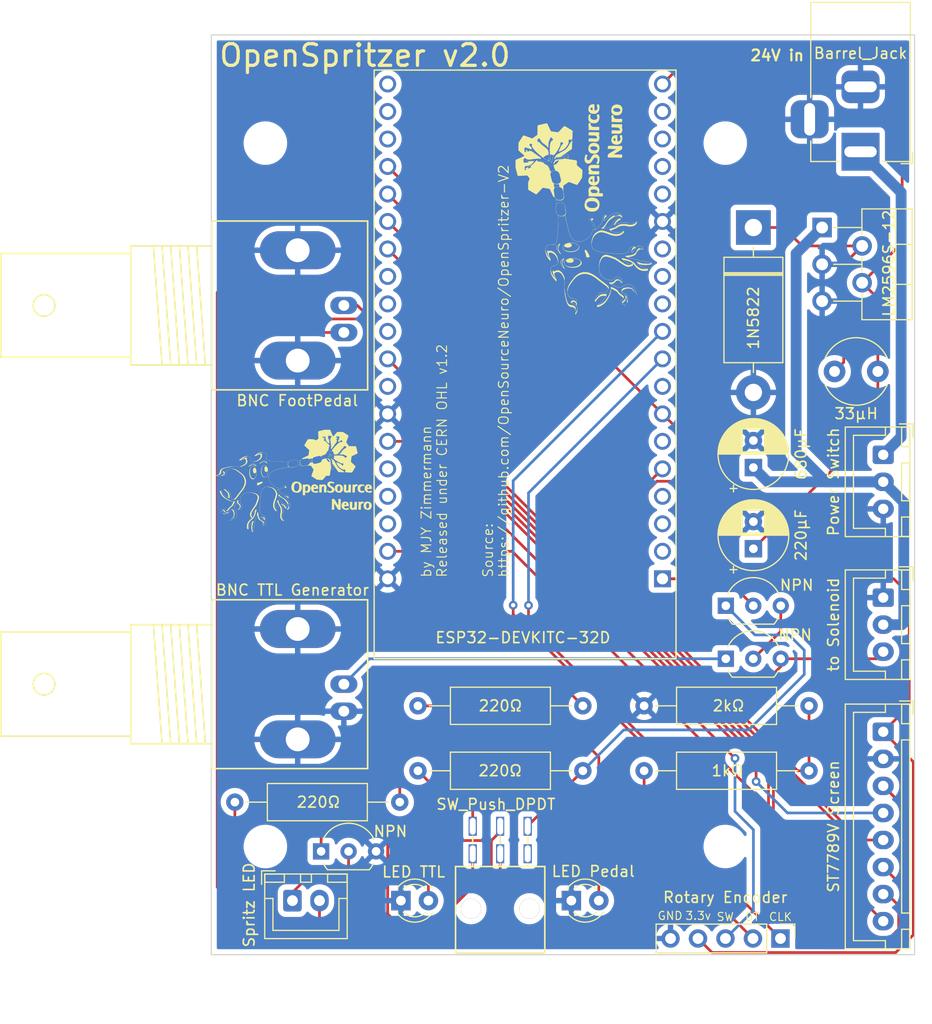
<source format=kicad_pcb>
(kicad_pcb (version 20211014) (generator pcbnew)
  (layers (0 "F.Cu" signal) (31 "B.Cu" signal) (34 "B.Paste" user) (35 "F.Paste" user) (36 "B.SilkS" user "B.Silkscreen") (37 "F.SilkS" user "F.Silkscreen") (38 "B.Mask" user) (39 "F.Mask" user) (44 "Edge.Cuts" user))
  (net 0 "")
  (net 1 "Vin 24V")
  (net 2 "GNDREF")
  (net 3 "VCC 5V")
  (net 4 "Net-(D2-Pad2)")
  (net 5 "Net-(D3-Pad2)")
  (net 6 "Net-(J1-Pad1)")
  (net 7 "Net-(D1-Pad1)")
  (net 8 "Net-(J3-Pad1)")
  (net 9 "Net-(D4-Pad1)")
  (net 10 "Net-(R1-Pad2)")
  (net 11 "Net-(R2-Pad2)")
  (net 12 "Net-(R3-Pad1)")
  (net 13 "GPIO34")
  (net 14 "3.3V")
  (net 18 "Net-(SW2-Pad4)")
  (net 20 "GPIO32")
  (net 21 "unconnected-(SW2-Pad6)")
  (net 22 "GPIO21")
  (net 23 "GPIO26")
  (net 24 "GPIO25")
  (net 29 "GPIO23")
  (net 35 "GPIO18")
  (net 39 "GPIO4")
  (net 40 "GPIO0")
  (net 41 "GPIO2")
  (net 45 "Net-(D4-Pad2)")
  (net 46 "GPIO15")
  (net 50 "Net-(Q1-Pad3)")
  (footprint "Resistor_THT:R_Axial_DIN0309_L9.0mm_D3.2mm_P15.24mm_Horizontal" (layer "F.Cu") (at 52.23 120.95)
    (fp_text reference "R5")
    (fp_text value "220Ω" (at 7.72 0) (layer "F.SilkS"))
    (pad "1" thru_hole circle (at 0 0) (size 1.6 1.6) (drill 0.8) (layers *.Cu *.Mask) (net 45 "Net-(D4-Pad2)"))
    (pad "2" thru_hole oval (at 15.24 0) (size 1.6 1.6) (drill 0.8) (layers *.Cu *.Mask) (net 3 "VCC 5V"))
  )
  (footprint "Resistor_THT:R_Axial_DIN0309_L9.0mm_D3.2mm_P15.24mm_Horizontal" (layer "F.Cu") (at 90.05 118.05)
    (fp_text reference "R3")
    (fp_text value "1kΩ" (at 7.7 0) (layer "F.SilkS"))
    (pad "1" thru_hole circle (at 0 0) (size 1.6 1.6) (drill 0.8) (layers *.Cu *.Mask) (net 12 "Net-(R3-Pad1)"))
    (pad "2" thru_hole oval (at 15.24 0) (size 1.6 1.6) (drill 0.8) (layers *.Cu *.Mask) (net 13 "GPIO34"))
  )
  (footprint "Connector_JST:JST_XH_B8B-XH-A_1x08_P2.50mm_Vertical" (layer "F.Cu") (at 112.15 114.45 -90)
    (fp_text reference "U3")
    (fp_text value "ST7789V Screen" (at 8.75 4.6 90) (layer "F.SilkS"))
    (pad "1" thru_hole roundrect (at 0 0 270) (size 1.7 1.95) (drill 0.95) (layers *.Cu *.Mask) (roundrect_rratio 0.1470588235) (net 14 "3.3V"))
    (pad "2" thru_hole oval (at 2.5 0 270) (size 1.7 1.95) (drill 0.95) (layers *.Cu *.Mask) (net 2 "GNDREF"))
    (pad "3" thru_hole oval (at 5 0 270) (size 1.7 1.95) (drill 0.95) (layers *.Cu *.Mask) (net 29 "GPIO23"))
    (pad "4" thru_hole oval (at 7.5 0 270) (size 1.7 1.95) (drill 0.95) (layers *.Cu *.Mask) (net 35 "GPIO18"))
    (pad "5" thru_hole oval (at 10 0 270) (size 1.7 1.95) (drill 0.95) (layers *.Cu *.Mask) (net 46 "GPIO15"))
    (pad "6" thru_hole oval (at 12.5 0 270) (size 1.7 1.95) (drill 0.95) (layers *.Cu *.Mask) (net 39 "GPIO4"))
    (pad "7" thru_hole oval (at 15 0 270) (size 1.7 1.95) (drill 0.95) (layers *.Cu *.Mask) (net 40 "GPIO0"))
    (pad "8" thru_hole oval (at 17.5 0 270) (size 1.7 1.95) (drill 0.95) (layers *.Cu *.Mask) (net 41 "GPIO2"))
  )
  (footprint "Connector_JST:JST_XH_B2B-XH-A_1x02_P2.50mm_Vertical" (layer "F.Cu") (at 57.55 130.05)
    (fp_text reference "D4")
    (fp_text value "Spritz LED" (at -4 0.4 90) (layer "F.SilkS"))
    (pad "1" thru_hole roundrect (at 0 0) (size 1.7 2) (drill 1) (layers *.Cu *.Mask) (roundrect_rratio 0.1470588235) (net 9 "Net-(D4-Pad1)"))
    (pad "2" thru_hole oval (at 2.5 0) (size 1.7 2) (drill 1) (layers *.Cu *.Mask) (net 45 "Net-(D4-Pad2)"))
  )
  (footprint "Connector_JST:JST_XH_B3B-XH-A_1x03_P2.50mm_Vertical" (layer "F.Cu") (at 112.15 102.05 -90)
    (fp_text reference "J4")
    (fp_text value "to Solenoid" (at 2.5 4.6 90) (layer "F.SilkS"))
    (pad "1" thru_hole roundrect (at 0 0 270) (size 1.7 1.95) (drill 0.95) (layers *.Cu *.Mask) (roundrect_rratio 0.1470588235) (net 2 "GNDREF"))
    (pad "2" thru_hole oval (at 2.5 0 270) (size 1.7 1.95) (drill 0.95) (layers *.Cu *.Mask) (net 1 "Vin 24V"))
    (pad "3" thru_hole oval (at 5 0 270) (size 1.7 1.95) (drill 0.95) (layers *.Cu *.Mask) (net 20 "GPIO32"))
  )
  (footprint "Connector_PinHeader_2.54mm:PinHeader_1x05_P2.54mm_Vertical" (layer "F.Cu") (at 102.65 133.55 -90)
    (fp_text reference "SW3")
    (fp_text value "Rotary Encoder" (at -3.8 5.1 180) (layer "F.SilkS"))
    (pad "1" thru_hole rect (at 0 0 270) (size 1.7 1.7) (drill 1) (layers *.Cu *.Mask) (net 24 "GPIO25"))
    (pad "2" thru_hole oval (at 0 2.54 270) (size 1.7 1.7) (drill 1) (layers *.Cu *.Mask) (net 23 "GPIO26"))
    (pad "3" thru_hole oval (at 0 5.08 270) (size 1.7 1.7) (drill 1) (layers *.Cu *.Mask) (net 22 "GPIO21"))
    (pad "4" thru_hole oval (at 0 7.62 270) (size 1.7 1.7) (drill 1) (layers *.Cu *.Mask) (net 14 "3.3V"))
    (pad "5" thru_hole oval (at 0 10.16 270) (size 1.7 1.7) (drill 1) (layers *.Cu *.Mask) (net 2 "GNDREF"))
  )
  (footprint "LED_THT:LED_D3.0mm" (layer "F.Cu") (at 83.325 130.05)
    (fp_text reference "D2")
    (fp_text value "LED Pedal" (at 2.025 -2.7) (layer "F.SilkS"))
    (pad "1" thru_hole rect (at 0 0) (size 1.8 1.8) (drill 0.9) (layers *.Cu *.Mask) (net 2 "GNDREF"))
    (pad "2" thru_hole circle (at 2.54 0) (size 1.8 1.8) (drill 0.9) (layers *.Cu *.Mask) (net 4 "Net-(D2-Pad2)"))
  )
  (footprint "Resistor_THT:R_Axial_DIN0309_L9.0mm_D3.2mm_P15.24mm_Horizontal" (layer "F.Cu") (at 69.15 112.05)
    (fp_text reference "R1")
    (fp_text value "220Ω" (at 7.62 0) (layer "F.SilkS"))
    (pad "1" thru_hole circle (at 0 0) (size 1.6 1.6) (drill 0.8) (layers *.Cu *.Mask) (net 4 "Net-(D2-Pad2)"))
    (pad "2" thru_hole oval (at 15.24 0) (size 1.6 1.6) (drill 0.8) (layers *.Cu *.Mask) (net 10 "Net-(R1-Pad2)"))
  )
  (footprint "Maxime:Spiky 20" (layer "F.Cu") (at 84.45 66.45 90)
    (fp_text reference "" (at 0 0 90) (layer "F.SilkS") (effects (font (size 1.524 1.524) (thickness 0.3))))
    (fp_text value "LOGO" hide)
  )
  (footprint "Maxime:BNC_Socket_TYCO-AMP_LargePads" (layer "F.Cu") (at 57.3 75.05 90)
    (fp_text reference "J2")
    (fp_text value "BNC FootPedal" (at -8.8 0.7 180) (layer "F.SilkS"))
    (pad "1" thru_hole oval locked (at 0 5.00126 90) (size 1.6002 2.49936) (drill 1.00076) (layers *.Cu *.Mask) (net 18 "Net-(SW2-Pad4)"))
    (pad "2" thru_hole oval locked (at -5.09778 0.7366 90) (size 3.50012 7.00024) (drill 2.19964) (layers *.Cu *.Mask) (net 2 "GNDREF"))
    (pad "2" thru_hole oval locked (at 5.10032 0.7366 90) (size 3.50012 7.00024) (drill 2.19964) (layers *.Cu *.Mask) (net 2 "GNDREF"))
    (pad "2" thru_hole oval locked (at -2.49936 5.00126 90) (size 1.6002 2.49936) (drill 1.00076) (layers *.Cu *.Mask) (net 3 "VCC 5V"))
  )
  (footprint "MountingHole:MountingHole_3mm" (layer "F.Cu") (at 97.55 60.05)
    (fp_text reference "H3")
    (fp_text value "MountingHole")
    (pad "" np_thru_hole circle (at 0 0) (size 3 3) (drill 3) (layers *.Cu *.Mask))
  )
  (footprint "Package_TO_SOT_THT:TO-92L_Inline_Wide" (layer "F.Cu") (at 97.6 107.7)
    (fp_text reference "NPN" (at 6.4 -2.2) (layer "F.SilkS"))
    (fp_text value "NPN")
    (pad "1" thru_hole rect (at 0 0) (size 1.5 1.5) (drill 0.8) (layers *.Cu *.Mask) (net 8 "Net-(J3-Pad1)"))
    (pad "2" thru_hole circle (at 2.54 0) (size 1.5 1.5) (drill 0.8) (layers *.Cu *.Mask) (net 50 "Net-(Q1-Pad3)"))
    (pad "3" thru_hole circle (at 5.08 0) (size 1.5 1.5) (drill 0.8) (layers *.Cu *.Mask) (net 20 "GPIO32"))
  )
  (footprint "MountingHole:MountingHole_3mm" (layer "F.Cu") (at 97.55 125.05)
    (fp_text reference "H4")
    (fp_text value "MountingHole")
    (pad "" np_thru_hole circle (at 0 0) (size 3 3) (drill 3) (layers *.Cu *.Mask))
  )
  (footprint "Module:MODULE_ESP32-DEVKITC-32D" (layer "F.Cu") (at 79.05 80.55 180)
    (fp_text reference "U1")
    (fp_text value "ESP32-DEVKITC-32D" (at 0.2 -25.2) (layer "F.SilkS") (effects (font (size 1.001047 1.001047))))
    (pad "1" thru_hole rect locked (at -12.7 -19.76 180) (size 1.56 1.56) (drill 1.04) (layers *.Cu *.Mask) (net 14 "3.3V"))
    (pad "2" thru_hole circle locked (at -12.7 -17.22 180) (size 1.56 1.56) (drill 1.04) (layers *.Cu *.Mask))
    (pad "3" thru_hole circle locked (at -12.7 -14.68 180) (size 1.56 1.56) (drill 1.04) (layers *.Cu *.Mask))
    (pad "4" thru_hole circle locked (at -12.7 -12.14 180) (size 1.56 1.56) (drill 1.04) (layers *.Cu *.Mask))
    (pad "5" thru_hole circle locked (at -12.7 -9.6 180) (size 1.56 1.56) (drill 1.04) (layers *.Cu *.Mask) (net 13 "GPIO34"))
    (pad "6" thru_hole circle locked (at -12.7 -7.06 180) (size 1.56 1.56) (drill 1.04) (layers *.Cu *.Mask))
    (pad "7" thru_hole circle locked (at -12.7 -4.52 180) (size 1.56 1.56) (drill 1.04) (layers *.Cu *.Mask) (net 20 "GPIO32"))
    (pad "8" thru_hole circle locked (at -12.7 -1.98 180) (size 1.56 1.56) (drill 1.04) (layers *.Cu *.Mask))
    (pad "9" thru_hole circle locked (at -12.7 0.56 180) (size 1.56 1.56) (drill 1.04) (layers *.Cu *.Mask) (net 24 "GPIO25"))
    (pad "10" thru_hole circle locked (at -12.7 3.1 180) (size 1.56 1.56) (drill 1.04) (layers *.Cu *.Mask) (net 23 "GPIO26"))
    (pad "11" thru_hole circle locked (at -12.7 5.64 180) (size 1.56 1.56) (drill 1.04) (layers *.Cu *.Mask))
    (pad "12" thru_hole circle locked (at -12.7 8.18 180) (size 1.56 1.56) (drill 1.04) (layers *.Cu *.Mask))
    (pad "13" thru_hole circle locked (at -12.7 10.72 180) (size 1.56 1.56) (drill 1.04) (layers *.Cu *.Mask))
    (pad "14" thru_hole circle locked (at -12.7 13.26 180) (size 1.56 1.56) (drill 1.04) (layers *.Cu *.Mask) (net 2 "GNDREF"))
    (pad "15" thru_hole circle locked (at -12.7 15.8 180) (size 1.56 1.56) (drill 1.04) (layers *.Cu *.Mask))
    (pad "16" thru_hole circle locked (at -12.7 18.34 180) (size 1.56 1.56) (drill 1.04) (layers *.Cu *.Mask))
    (pad "17" thru_hole circle locked (at -12.7 20.88 180) (size 1.56 1.56) (drill 1.04) (layers *.Cu *.Mask))
    (pad "18" thru_hole circle locked (at -12.7 23.42 180) (size 1.56 1.56) (drill 1.04) (layers *.Cu *.Mask))
    (pad "19" thru_hole circle locked (at -12.7 25.96 180) (size 1.56 1.56) (drill 1.04) (layers *.Cu *.Mask) (net 3 "VCC 5V"))
    (pad "20" thru_hole circle locked (at 12.7 -19.76 180) (size 1.56 1.56) (drill 1.04) (layers *.Cu *.Mask) (net 2 "GNDREF"))
    (pad "21" thru_hole circle locked (at 12.7 -17.22 180) (size 1.56 1.56) (drill 1.04) (layers *.Cu *.Mask) (net 29 "GPIO23"))
    (pad "22" thru_hole circle locked (at 12.7 -14.68 180) (size 1.56 1.56) (drill 1.04) (layers *.Cu *.Mask))
    (pad "23" thru_hole circle locked (at 12.7 -12.14 180) (size 1.56 1.56) (drill 1.04) (layers *.Cu *.Mask))
    (pad "24" thru_hole circle locked (at 12.7 -9.6 180) (size 1.56 1.56) (drill 1.04) (layers *.Cu *.Mask))
    (pad "25" thru_hole circle locked (at 12.7 -7.06 180) (size 1.56 1.56) (drill 1.04) (layers *.Cu *.Mask) (net 22 "GPIO21"))
    (pad "26" thru_hole circle locked (at 12.7 -4.52 180) (size 1.56 1.56) (drill 1.04) (layers *.Cu *.Mask) (net 2 "GNDREF"))
    (pad "27" thru_hole circle locked (at 12.7 -1.98 180) (size 1.56 1.56) (drill 1.04) (layers *.Cu *.Mask))
    (pad "28" thru_hole circle locked (at 12.7 0.56 180) (size 1.56 1.56) (drill 1.04) (layers *.Cu *.Mask) (net 35 "GPIO18"))
    (pad "29" thru_hole circle locked (at 12.7 3.1 180) (size 1.56 1.56) (drill 1.04) (layers *.Cu *.Mask))
    (pad "30" thru_hole circle locked (at 12.7 5.64 180) (size 1.56 1.56) (drill 1.04) (layers *.Cu *.Mask))
    (pad "31" thru_hole circle locked (at 12.7 8.18 180) (size 1.56 1.56) (drill 1.04) (layers *.Cu *.Mask))
    (pad "32" thru_hole circle locked (at 12.7 10.72 180) (size 1.56 1.56) (drill 1.04) (layers *.Cu *.Mask) (net 39 "GPIO4"))
    (pad "33" thru_hole circle locked (at 12.7 13.26 180) (size 1.56 1.56) (drill 1.04) (layers *.Cu *.Mask) (net 40 "GPIO0"))
    (pad "34" thru_hole circle locked (at 12.7 15.8 180) (size 1.56 1.56) (drill 1.04) (layers *.Cu *.Mask) (net 41 "GPIO2"))
    (pad "35" thru_hole circle locked (at 12.7 18.34 180) (size 1.56 1.56) (drill 1.04) (layers *.Cu *.Mask) (net 46 "GPIO15"))
    (pad "36" thru_hole circle locked (at 12.7 20.88 180) (size 1.56 1.56) (drill 1.04) (layers *.Cu *.Mask))
    (pad "37" thru_hole circle locked (at 12.7 23.42 180) (size 1.56 1.56) (drill 1.04) (layers *.Cu *.Mask))
    (pad "38" thru_hole circle locked (at 12.7 25.96 180) (size 1.56 1.56) (drill 1.04) (layers *.Cu *.Mask))
  )
  (footprint "Package_TO_SOT_THT:TO-220-5_P3.4x3.7mm_StaggerOdd_Lead3.8mm_Vertical" (layer "F.Cu") (at 106.5 67.85 -90)
    (fp_text reference "U2")
    (fp_text value "LM2596S-12" (at 3.3 -6.15 90) (layer "F.SilkS"))
    (pad "1" thru_hole rect (at 0 0 270) (size 1.8 1.8) (drill 1.1) (layers *.Cu *.Mask) (net 1 "Vin 24V"))
    (pad "2" thru_hole oval (at 1.7 -3.7 270) (size 1.8 1.8) (drill 1.1) (layers *.Cu *.Mask) (net 7 "Net-(D1-Pad1)"))
    (pad "3" thru_hole oval (at 3.4 0 270) (size 1.8 1.8) (drill 1.1) (layers *.Cu *.Mask) (net 2 "GNDREF"))
    (pad "4" thru_hole oval (at 5.1 -3.7 270) (size 1.8 1.8) (drill 1.1) (layers *.Cu *.Mask) (net 3 "VCC 5V"))
    (pad "5" thru_hole oval (at 6.8 0 270) (size 1.8 1.8) (drill 1.1) (layers *.Cu *.Mask) (net 2 "GNDREF"))
  )
  (footprint "MountingHole:MountingHole_3mm" (layer "F.Cu") (at 55.05 60.05)
    (fp_text reference "H1")
    (fp_text value "MountingHole")
    (pad "" np_thru_hole circle (at 0 0) (size 3 3) (drill 3) (layers *.Cu *.Mask))
  )
  (footprint "Maxime:BNC_Socket_TYCO-AMP_LargePads" (layer "F.Cu") (at 57.3 110.05 90)
    (fp_text reference "J3")
    (fp_text value "BNC TTL Generator" (at 8.7 0.25 180) (layer "F.SilkS"))
    (pad "1" thru_hole oval locked (at 0 5.00126 90) (size 1.6002 2.49936) (drill 1.00076) (layers *.Cu *.Mask) (net 8 "Net-(J3-Pad1)"))
    (pad "2" thru_hole oval locked (at -5.09778 0.7366 90) (size 3.50012 7.00024) (drill 2.19964) (layers *.Cu *.Mask) (net 2 "GNDREF"))
    (pad "2" thru_hole oval locked (at -2.49936 5.00126 90) (size 1.6002 2.49936) (drill 1.00076) (layers *.Cu *.Mask) (net 2 "GNDREF"))
    (pad "2" thru_hole oval locked (at 5.10032 0.7366 90) (size 3.50012 7.00024) (drill 2.19964) (layers *.Cu *.Mask) (net 2 "GNDREF"))
  )
  (footprint "Connector_JST:JST_XH_B3B-XH-A_1x03_P2.50mm_Vertical" (layer "F.Cu") (at 112.15 88.85 -90)
    (fp_text reference "SW1")
    (fp_text value "Power Switch" (at 2.5 4.6 90) (layer "F.SilkS"))
    (pad "1" thru_hole roundrect (at 0 0 270) (size 1.7 1.95) (drill 0.95) (layers *.Cu *.Mask) (roundrect_rratio 0.1470588235) (net 6 "Net-(J1-Pad1)"))
    (pad "2" thru_hole oval (at 2.5 0 270) (size 1.7 1.95) (drill 0.95) (layers *.Cu *.Mask) (net 1 "Vin 24V"))
    (pad "3" thru_hole oval (at 5 0 270) (size 1.7 1.95) (drill 0.95) (layers *.Cu *.Mask) (net 2 "GNDREF"))
  )
  (footprint "Inductor_THT:L_Radial_D6.0mm_P4.00mm" (layer "F.Cu") (at 107.65 81.15)
    (fp_text reference "L1")
    (fp_text value "33μH" (at 2 3.9) (layer "F.SilkS"))
    (pad "1" thru_hole circle (at 0 0) (size 2 2) (drill 1) (layers *.Cu *.Mask) (net 7 "Net-(D1-Pad1)"))
    (pad "2" thru_hole circle (at 4 0) (size 2 2) (drill 1) (layers *.Cu *.Mask) (net 3 "VCC 5V"))
  )
  (footprint "Package_TO_SOT_THT:TO-92L_Inline_Wide" (layer "F.Cu") (at 97.6 102.8)
    (fp_text reference "NPN" (at 6.55 -1.9) (layer "F.SilkS"))
    (fp_text value "NPN")
    (pad "1" thru_hole rect (at 0 0) (size 1.5 1.5) (drill 0.8) (layers *.Cu *.Mask) (net 11 "Net-(R2-Pad2)"))
    (pad "2" thru_hole circle (at 2.54 0) (size 1.5 1.5) (drill 0.8) (layers *.Cu *.Mask) (net 14 "3.3V"))
    (pad "3" thru_hole circle (at 5.08 0) (size 1.5 1.5) (drill 0.8) (layers *.Cu *.Mask) (net 50 "Net-(Q1-Pad3)"))
  )
  (footprint "Resistor_THT:R_Axial_DIN0309_L9.0mm_D3.2mm_P15.24mm_Horizontal" (layer "F.Cu") (at 90.05 112.05)
    (fp_text reference "R4")
    (fp_text value "2kΩ" (at 7.8 0) (layer "F.SilkS"))
    (pad "1" thru_hole circle (at 0 0) (size 1.6 1.6) (drill 0.8) (layers *.Cu *.Mask) (net 2 "GNDREF"))
    (pad "2" thru_hole oval (at 15.24 0) (size 1.6 1.6) (drill 0.8) (layers *.Cu *.Mask) (net 13 "GPIO34"))
  )
  (footprint "LED_THT:LED_D3.0mm" (layer "F.Cu") (at 67.575 130.05)
    (fp_text reference "D3")
    (fp_text value "LED TTL" (at 1.175 -2.65) (layer "F.SilkS"))
    (pad "1" thru_hole rect (at 0 0) (size 1.8 1.8) (drill 0.9) (layers *.Cu *.Mask) (net 2 "GNDREF"))
    (pad "2" thru_hole circle (at 2.54 0) (size 1.8 1.8) (drill 0.9) (layers *.Cu *.Mask) (net 5 "Net-(D3-Pad2)"))
  )
  (footprint "Package_TO_SOT_THT:TO-92L_Inline_Wide" (layer "F.Cu") (at 60.2 125.5)
    (fp_text reference "NPN" (at 6.4 -1.85) (layer "F.SilkS"))
    (fp_text value "NPN")
    (pad "1" thru_hole rect (at 0 0) (size 1.5 1.5) (drill 0.8) (layers *.Cu *.Mask) (net 20 "GPIO32"))
    (pad "2" thru_hole circle (at 2.54 0) (size 1.5 1.5) (drill 0.8) (layers *.Cu *.Mask) (net 9 "Net-(D4-Pad1)"))
    (pad "3" thru_hole circle (at 5.08 0) (size 1.5 1.5) (drill 0.8) (layers *.Cu *.Mask) (net 2 "GNDREF"))
  )
  (footprint "Resistor_THT:R_Axial_DIN0309_L9.0mm_D3.2mm_P15.24mm_Horizontal" (layer "F.Cu") (at 69.15 118.05)
    (fp_text reference "R2")
    (fp_text value "220Ω" (at 7.6 0) (layer "F.SilkS"))
    (pad "1" thru_hole circle (at 0 0) (size 1.6 1.6) (drill 0.8) (layers *.Cu *.Mask) (net 5 "Net-(D3-Pad2)"))
    (pad "2" thru_hole oval (at 15.24 0) (size 1.6 1.6) (drill 0.8) (layers *.Cu *.Mask) (net 11 "Net-(R2-Pad2)"))
  )
  (footprint "MountingHole:MountingHole_3mm" (layer "F.Cu") (at 55.05 125.05)
    (fp_text reference "H2")
    (fp_text value "MountingHole")
    (pad "" np_thru_hole circle (at 0 0) (size 3 3) (drill 3) (layers *.Cu *.Mask))
  )
  (footprint "Maxime:maxi_DPDT_Angled" (layer "F.Cu") (at 76.75 134.9)
    (fp_text reference "SW2" hide)
    (fp_text value "SW_Push_DPDT" (at -0.4 -13.75) (layer "F.SilkS"))
    (pad "" thru_hole circle locked (at -2.7 -4.1) (size 1.85 1.85) (drill 1.85) (layers *.Cu *.Mask))
    (pad "" thru_hole circle locked (at 2.7 -4.1) (size 1.85 1.85) (drill 1.85) (layers *.Cu *.Mask))
    (pad "1" thru_hole rect locked (at -2.54 -11.72) (size 0.75 1.75) (drill oval 0.55 1.55) (layers *.Cu *.Mask) (net 10 "Net-(R1-Pad2)"))
    (pad "2" thru_hole rect locked (at 0 -11.72) (size 0.75 1.75) (drill oval 0.55 1.55) (layers *.Cu *.Mask) (net 3 "VCC 5V"))
    (pad "3" thru_hole rect locked (at 2.54 -11.72) (size 0.75 1.75) (drill oval 0.55 1.55) (layers *.Cu *.Mask) (net 11 "Net-(R2-Pad2)"))
    (pad "4" thru_hole rect locked (at -2.54 -9.18) (size 0.75 1.75) (drill oval 0.55 1.55) (layers *.Cu *.Mask) (net 18 "Net-(SW2-Pad4)"))
    (pad "5" thru_hole rect locked (at 0 -9.18) (size 0.75 1.75) (drill oval 0.55 1.55) (layers *.Cu *.Mask) (net 12 "Net-(R3-Pad1)"))
    (pad "6" thru_hole rect locked (at 2.54 -9.18) (size 0.75 1.75) (drill oval 0.55 1.55) (layers *.Cu *.Mask) (net 21 "unconnected-(SW2-Pad6)"))
  )
  (footprint "Diode_THT:D_DO-201AD_P15.24mm_Horizontal" (layer "F.Cu") (at 100.15 67.85 -90)
    (fp_text reference "D1")
    (fp_text value "1N5822" (at 8.35 0 90) (layer "F.SilkS"))
    (pad "1" thru_hole rect (at 0 0 270) (size 3.2 3.2) (drill 1.6) (layers *.Cu *.Mask) (net 7 "Net-(D1-Pad1)"))
    (pad "2" thru_hole oval (at 15.24 0 270) (size 3.2 3.2) (drill 1.6) (layers *.Cu *.Mask) (net 2 "GNDREF"))
  )
  (footprint "Capacitor_THT:CP_Radial_D6.3mm_P2.50mm" (layer "F.Cu") (at 100.15 90.03238 90)
    (fp_text reference "C1")
    (fp_text value "680μF" (at 1.25 4.4 90) (layer "F.SilkS"))
    (pad "1" thru_hole rect (at 0 0 90) (size 1.6 1.6) (drill 0.8) (layers *.Cu *.Mask) (net 1 "Vin 24V"))
    (pad "2" thru_hole circle (at 2.5 0 90) (size 1.6 1.6) (drill 0.8) (layers *.Cu *.Mask) (net 2 "GNDREF"))
  )
  (footprint "Capacitor_THT:CP_Radial_D6.3mm_P2.50mm" (layer "F.Cu") (at 100.15 97.53238 90)
    (fp_text reference "C2")
    (fp_text value "220μF" (at 1.25 4.4 90) (layer "F.SilkS"))
    (pad "1" thru_hole rect (at 0 0 90) (size 1.6 1.6) (drill 0.8) (layers *.Cu *.Mask) (net 3 "VCC 5V"))
    (pad "2" thru_hole circle (at 2.5 0 90) (size 1.6 1.6) (drill 0.8) (layers *.Cu *.Mask) (net 2 "GNDREF"))
  )
  (footprint "Connector_BarrelJack:BarrelJack_Horizontal" (layer "F.Cu") (at 110.05 60.85 -90)
    (fp_text reference "J1")
    (fp_text value "Barrel_Jack" (at -9.1 0 180) (layer "F.SilkS"))
    (pad "1" thru_hole rect (at 0 0 270) (size 3.5 3.5) (drill oval 1 3) (layers *.Cu *.Mask) (net 6 "Net-(J1-Pad1)"))
    (pad "2" thru_hole roundrect (at -6 0 270) (size 3 3.5) (drill oval 1 3) (layers *.Cu *.Mask) (net 2 "GNDREF"))
    (pad "3" thru_hole roundrect (at -3 4.7 270) (size 3.5 3.5) (drill oval 3 1) (layers *.Cu *.Mask) (net 2 "GNDREF"))
  )
  (footprint "Maxime:Spike 15" (layer "F.Cu") (at 57.4 91.25)
    (fp_text reference "G***")
    (fp_text value "LOGO" hide)
  )
  (gr_rect (start 50.05 50.05) (end 115.05 135.05) (layer "Edge.Cuts") (width 0.1) (fill none))
  (gr_text "24V in" (at 102.35 51.95) (layer "F.SilkS") (effects (font (size 1 1) (thickness 0.2))))
  (gr_text "by MJY Zimmermann\nReleased under CERN OHL v1.2" (at 70.65 100.25 90) (layer "F.SilkS") (effects (font (size 0.9 0.9) (thickness 0.1)) (justify left)))
  (gr_text "Source:\nhttps://github.com/OpenSourceNeuro/OpenSpritzer-V2" (at 76.35 100.25 90) (layer "F.SilkS") (effects (font (size 0.9 0.9) (thickness 0.1)) (justify left)))
  (gr_text "GND" (at 92.45 131.45) (layer "F.SilkS") (effects (font (size 0.75 0.75) (thickness 0.1))))
  (gr_text "SW" (at 97.55 131.55) (layer "F.SilkS") (effects (font (size 0.75 0.75) (thickness 0.1))))
  (gr_text "DT" (at 100.05 131.55) (layer "F.SilkS") (effects (font (size 0.75 0.75) (thickness 0.1))))
  (gr_text "OpenSpritzer v2.0" (at 64.25 51.95) (layer "F.SilkS") (effects (font (size 2 2) (thickness 0.3))))
  (gr_text "CLK" (at 102.65 131.55) (layer "F.SilkS") (effects (font (size 0.75 0.75) (thickness 0.1))))
  (gr_text "3.3v" (at 95.05 131.45) (layer "F.SilkS") (effects (font (size 0.75 0.75) (thickness 0.1))))
  (segment (start 106.85 91.35) (end 104.1 88.6) (width 1) (layer "B.Cu") (net 1))
  (segment (start 114.125 93.325) (end 114.05 93.4) (width 1) (layer "B.Cu") (net 1))
  (segment (start 112.15 91.35) (end 106.85 91.35) (width 1) (layer "B.Cu") (net 1))
  (segment (start 101.46762 91.35) (end 100.15 90.03238) (width 1) (layer "B.Cu") (net 1))
  (segment (start 112.15 91.35) (end 101.46762 91.35) (width 1) (layer "B.Cu") (net 1))
  (segment (start 104.1 88.6) (end 104.1 70.25) (width 1) (layer "B.Cu") (net 1))
  (segment (start 114.05 104.375) (end 113.875 104.55) (width 1) (layer "B.Cu") (net 1))
  (segment (start 112.317824 104.55) (end 112.15 104.55) (width 1) (layer "B.Cu") (net 1))
  (segment (start 114.05 93.4) (end 114.05 104.375) (width 1) (layer "B.Cu") (net 1))
  (segment (start 114.125 93.325) (end 112.15 91.35) (width 1) (layer "B.Cu") (net 1))
  (segment (start 112.15 104.55) (end 113.875 104.55) (width 1) (layer "B.Cu") (net 1))
  (segment (start 104.1 70.25) (end 106.5 67.85) (width 1) (layer "B.Cu") (net 1))
  (segment (start 71.6 122.8) (end 71.6 117.5) (width 0.25) (layer "F.Cu") (net 3))
  (segment (start 111.65 86.03238) (end 111.65 81.15) (width 0.25) (layer "F.Cu") (net 3))
  (segment (start 75.93 124.5) (end 73.3 124.5) (width 0.25) (layer "F.Cu") (net 3))
  (segment (start 76.75 123.18) (end 76.75 123.68) (width 0.25) (layer "F.Cu") (net 3))
  (segment (start 110.2 72.95) (end 111.65 74.4) (width 0.25) (layer "F.Cu") (net 3))
  (segment (start 73.7 134.3) (end 56.114282 134.3) (width 0.25) (layer "F.Cu") (net 3))
  (segment (start 57.29936 77.54936) (end 52.1 72.35) (width 0.25) (layer "F.Cu") (net 3))
  (segment (start 51.091207 129.291207) (end 50.6 128.8) (width 0.25) (layer "F.Cu") (net 3))
  (segment (start 52.1 72.35) (end 52.1 57.05) (width 0.25) (layer "F.Cu") (net 3))
  (segment (start 91.75 54.59) (end 94.39 51.95) (width 0.25) (layer "F.Cu") (net 3))
  (segment (start 73.3 124.5) (end 71.6 122.8) (width 0.25) (layer "F.Cu") (net 3))
  (segment (start 112.4 51.95) (end 113.9 53.45) (width 0.25) (layer "F.Cu") (net 3))
  (segment (start 51.105489 129.291207) (end 51.091207 129.291207) (width 0.25) (layer "F.Cu") (net 3))
  (segment (start 62.30126 77.54936) (end 57.29936 77.54936) (width 0.25) (layer "F.Cu") (net 3))
  (segment (start 113.9 69.25) (end 110.2 72.95) (width 0.25) (layer "F.Cu") (net 3))
  (segment (start 52.1 57.05) (end 57.2 51.95) (width 0.25) (layer "F.Cu") (net 3))
  (segment (start 71.6 117.5) (end 70.35 116.25) (width 0.25) (layer "F.Cu") (net 3))
  (segment (start 111.65 74.4) (end 111.65 81.15) (width 0.25) (layer "F.Cu") (net 3))
  (segment (start 75.93 132.07) (end 73.7 134.3) (width 0.25) (layer "F.Cu") (net 3))
  (segment (start 76.75 123.68) (end 75.93 124.5) (width 0.25) (layer "F.Cu") (net 3))
  (segment (start 68.25 116.25) (end 67.47 117.03) (width 0.25) (layer "F.Cu") (net 3))
  (segment (start 70.35 116.25) (end 68.25 116.25) (width 0.25) (layer "F.Cu") (net 3))
  (segment (start 56.114282 134.3) (end 51.105489 129.291207) (width 0.25) (layer "F.Cu") (net 3))
  (segment (start 75.93 124.5) (end 75.93 132.07) (width 0.25) (layer "F.Cu") (net 3))
  (segment (start 50.6 128.8) (end 50.6 73.85) (width 0.25) (layer "F.Cu") (net 3))
  (segment (start 57.2 51.95) (end 94.39 51.95) (width 0.25) (layer "F.Cu") (net 3))
  (segment (start 113.9 53.45) (end 113.9 69.25) (width 0.25) (layer "F.Cu") (net 3))
  (segment (start 67.47 117.03) (end 67.47 120.95) (width 0.25) (layer "F.Cu") (net 3))
  (segment (start 94.39 51.95) (end 112.4 51.95) (width 0.25) (layer "F.Cu") (net 3))
  (segment (start 50.6 73.85) (end 52.1 72.35) (width 0.25) (layer "F.Cu") (net 3))
  (segment (start 100.15 97.53238) (end 111.65 86.03238) (width 0.25) (layer "F.Cu") (net 3))
  (segment (start 76.75 122.55) (end 76.75 123.18) (width 0.25) (layer "B.Cu") (net 3))
  (segment (start 69.15 112.05) (end 81.15 112.05) (width 0.25) (layer "F.Cu") (net 4))
  (segment (start 81.15 112.05) (end 85.865 116.765) (width 0.25) (layer "F.Cu") (net 4))
  (segment (start 85.865 116.765) (end 85.865 130.05) (width 0.25) (layer "F.Cu") (net 4))
  (segment (start 69.15 118.05) (end 70.115 119.015) (width 0.25) (layer "F.Cu") (net 5))
  (segment (start 70.115 119.015) (end 70.115 130.05) (width 0.25) (layer "F.Cu") (net 5))
  (segment (start 110.05 60.85) (end 113.8 64.6) (width 1) (layer "B.Cu") (net 6))
  (segment (start 113.8 64.6) (end 113.8 87.2) (width 1) (layer "B.Cu") (net 6))
  (segment (start 113.8 87.2) (end 112.15 88.85) (width 1) (layer "B.Cu") (net 6))
  (segment (start 113.7 64.5) (end 113.7 64.65) (width 0.25) (layer "B.Cu") (net 6))
  (segment (start 110.05 60.85) (end 113.7 64.5) (width 1) (layer "B.Cu") (net 6))
  (segment (start 108.5 80.3) (end 107.65 81.15) (width 0.25) (layer "F.Cu") (net 7))
  (segment (start 110.2 69.55) (end 108.5 71.25) (width 0.25) (layer "F.Cu") (net 7))
  (segment (start 108.5 71.25) (end 108.5 80.3) (width 0.25) (layer "F.Cu") (net 7))
  (segment (start 102.95 67.85) (end 100.15 67.85) (width 0.25) (layer "F.Cu") (net 7))
  (segment (start 110.2 69.55) (end 104.65 69.55) (width 0.25) (layer "F.Cu") (net 7))
  (segment (start 104.65 69.55) (end 102.95 67.85) (width 0.25) (layer "F.Cu") (net 7))
  (segment (start 64.65126 107.7) (end 62.30126 110.05) (width 0.25) (layer "B.Cu") (net 8))
  (segment (start 97.6 107.7) (end 64.65126 107.7) (width 0.25) (layer "B.Cu") (net 8))
  (segment (start 57.55 130.05) (end 57.55 129.3) (width 0.25) (layer "F.Cu") (net 9))
  (segment (start 57.55 129.3) (end 58.75 128.1) (width 0.25) (layer "F.Cu") (net 9))
  (segment (start 62 128.1) (end 62.74 127.36) (width 0.25) (layer "F.Cu") (net 9))
  (segment (start 62.74 127.36) (end 62.74 125.5) (width 0.25) (layer "F.Cu") (net 9))
  (segment (start 58.75 128.1) (end 62 128.1) (width 0.25) (layer "F.Cu") (net 9))
  (segment (start 67.3 111.25) (end 67.3 113.25) (width 0.25) (layer "F.Cu") (net 10))
  (segment (start 74.21 118.01) (end 74.21 123.18) (width 0.25) (layer "F.Cu") (net 10))
  (segment (start 67.9 110.65) (end 67.3 111.25) (width 0.25) (layer "F.Cu") (net 10))
  (segment (start 67.774511 113.724511) (end 69.924511 113.724511) (width 0.25) (layer "F.Cu") (net 10))
  (segment (start 69.924511 113.724511) (end 74.21 118.01) (width 0.25) (layer "F.Cu") (net 10))
  (segment (start 82.99 110.65) (end 67.9 110.65) (width 0.25) (layer "F.Cu") (net 10))
  (segment (start 84.39 112.05) (end 82.99 110.65) (width 0.25) (layer "F.Cu") (net 10))
  (segment (start 67.3 113.25) (end 67.774511 113.724511) (width 0.25) (layer "F.Cu") (net 10))
  (segment (start 79.29 123.18) (end 79.29 123.15) (width 0.25) (layer "F.Cu") (net 11))
  (segment (start 79.29 123.15) (end 84.39 118.05) (width 0.25) (layer "F.Cu") (net 11))
  (segment (start 99.725206 114.274794) (end 104.85 109.15) (width 0.25) (layer "B.Cu") (net 11))
  (segment (start 104.85 106.9) (end 103.45 105.5) (width 0.25) (layer "B.Cu") (net 11))
  (segment (start 100.3 105.5) (end 97.6 102.8) (width 0.25) (layer "B.Cu") (net 11))
  (segment (start 103.45 105.5) (end 100.3 105.5) (width 0.25) (layer "B.Cu") (net 11))
  (segment (start 79.29 123.15) (end 79.29 123.18) (width 0.25) (layer "B.Cu") (net 11))
  (segment (start 84.39 118.05) (end 88.165206 114.274794) (width 0.25) (layer "B.Cu") (net 11))
  (segment (start 104.85 109.15) (end 104.85 106.9) (width 0.25) (layer "B.Cu") (net 11))
  (segment (start 88.165206 114.274794) (end 99.725206 114.274794) (width 0.25) (layer "B.Cu") (net 11))
  (segment (start 86.5 133.9) (end 90.05 130.35) (width 0.25) (layer "F.Cu") (net 12))
  (segment (start 90.05 130.35) (end 90.05 118.05) (width 0.25) (layer "F.Cu") (net 12))
  (segment (start 76.75 131.8) (end 78.85 133.9) (width 0.25) (layer "F.Cu") (net 12))
  (segment (start 76.75 125.72) (end 76.75 131.8) (width 0.25) (layer "F.Cu") (net 12))
  (segment (start 78.85 133.9) (end 86.5 133.9) (width 0.25) (layer "F.Cu") (net 12))
  (segment (start 88.15 101.964282) (end 104.235718 118.05) (width 0.25) (layer "F.Cu") (net 13))
  (segment (start 88.15 93.75) (end 88.15 101.964282) (width 0.25) (layer "F.Cu") (net 13))
  (segment (start 105.29 112.05) (end 105.29 118.05) (width 0.25) (layer "F.Cu") (net 13))
  (segment (start 91.75 90.15) (end 88.15 93.75) (width 0.25) (layer "F.Cu") (net 13))
  (segment (start 104.235718 118.05) (end 105.29 118.05) (width 0.25) (layer "F.Cu") (net 13))
  (segment (start 97.65 100.31) (end 100.14 102.8) (width 0.25) (layer "F.Cu") (net 14))
  (segment (start 113.3 134.85) (end 114.92498 133.22502) (width 0.25) (layer "F.Cu") (net 14))
  (segment (start 114.55 101.75) (end 114.55 112.05) (width 0.25) (layer "F.Cu") (net 14))
  (segment (start 114.55 112.05) (end 112.15 114.45) (width 0.25) (layer "F.Cu") (net 14))
  (segment (start 95.03 133.55) (end 96.33 134.85) (width 0.25) (layer "F.Cu") (net 14))
  (segment (start 111.79 114.45) (end 112.15 114.45) (width 0.25) (layer "F.Cu") (net 14))
  (segment (start 114.92498 117.22498) (end 112.15 114.45) (width 0.25) (layer "F.Cu") (net 14))
  (segment (start 91.75 100.31) (end 113.11 100.31) (width 0.25) (layer "F.Cu") (net 14))
  (segment (start 113.11 100.31) (end 114.55 101.75) (width 0.25) (layer "F.Cu") (net 14))
  (segment (start 91.75 100.31) (end 97.65 100.31) (width 0.25) (layer "F.Cu") (net 14))
  (segment (start 114.92498 133.22502) (end 114.92498 117.22498) (width 0.25) (layer "F.Cu") (net 14))
  (segment (start 96.33 134.85) (end 113.3 134.85) (width 0.25) (layer "F.Cu") (net 14))
  (segment (start 66.354511 128.654511) (end 66.350489 128.658533) (width 0.25) (layer "F.Cu") (net 18))
  (segment (start 70.133914 132.85) (end 74.21 128.773914) (width 0.25) (layer "F.Cu") (net 18))
  (segment (start 67.925978 132.85) (end 70.133914 132.85) (width 0.25) (layer "F.Cu") (net 18))
  (segment (start 74.21 125.72) (end 74.02 125.72) (width 0.25) (layer "F.Cu") (net 18))
  (segment (start 66.350489 131.274511) (end 67.925978 132.85) (width 0.25) (layer "F.Cu") (net 18))
  (segment (start 63.186198 83.29952) (end 64.9 81.585718) (width 0.25) (layer "F.Cu") (net 18))
  (segment (start 64.9 81.585718) (end 64.9 76.4) (width 0.25) (layer "F.Cu") (net 18))
  (segment (start 74.21 128.773914) (end 74.21 125.72) (width 0.25) (layer "F.Cu") (net 18))
  (segment (start 66.354511 124.004511) (end 66.354511 128.654511) (width 0.25) (layer "F.Cu") (net 18))
  (segment (start 63.55 75.05) (end 62.30126 75.05) (width 0.25) (layer "F.Cu") (net 18))
  (segment (start 66.350489 128.658533) (end 66.350489 131.274511) (width 0.25) (layer "F.Cu") (net 18))
  (segment (start 64.9 76.4) (end 63.55 75.05) (width 0.25) (layer "F.Cu") (net 18))
  (segment (start 52.15 114.564283) (end 52.15 90.085718) (width 0.25) (layer "F.Cu") (net 18))
  (segment (start 58.936198 83.29952) (end 63.186198 83.29952) (width 0.25) (layer "F.Cu") (net 18))
  (segment (start 55.835717 118.25) (end 52.15 114.564283) (width 0.25) (layer "F.Cu") (net 18))
  (segment (start 52.15 90.085718) (end 58.936198 83.29952) (width 0.25) (layer "F.Cu") (net 18))
  (segment (start 66.354511 124.004511) (end 66.354511 128.825489) (width 0.25) (layer "F.Cu") (net 18))
  (segment (start 60.6 118.25) (end 55.835717 118.25) (width 0.25) (layer "F.Cu") (net 18))
  (segment (start 66.354511 124.004511) (end 60.6 118.25) (width 0.25) (layer "F.Cu") (net 18))
  (segment (start 66.89952 52.39952) (end 68.2 53.7) (width 0.25) (layer "F.Cu") (net 20))
  (segment (start 60.45 76.3) (end 57.25 76.3) (width 0.25) (layer "F.Cu") (net 20))
  (segment (start 111.5 107.7) (end 112.15 107.05) (width 0.25) (layer "F.Cu") (net 20))
  (segment (start 56.625 119.675) (end 51.70048 114.75048) (width 0.25) (layer "F.Cu") (net 20))
  (segment (start 60.2 123.25) (end 60.2 125.5) (width 0.25) (layer "F.Cu") (net 20))
  (segment (start 58.75 82.85) (end 63 82.85) (width 0.25) (layer "F.Cu") (net 20))
  (segment (start 101.95 109.15) (end 102.68 108.42) (width 0.25) (layer "F.Cu") (net 20))
  (segment (start 102.68 108.42) (end 102.68 107.7) (width 0.25) (layer "F.Cu") (net 20))
  (segment (start 102.68 107.7) (end 111.5 107.7) (width 0.25) (layer "F.Cu") (net 20))
  (segment (start 52.54952 60.24952) (end 52.54952 57.236198) (width 0.25) (layer "F.Cu") (net 20))
  (segment (start 51.70048 114.75048) (end 51.70048 89.89952) (width 0.25) (layer "F.Cu") (net 20))
  (segment (start 51.70048 89.89952) (end 58.75 82.85) (width 0.25) (layer "F.Cu") (net 20))
  (segment (start 56.625 119.675) (end 60.2 123.25) (width 0.25) (layer "F.Cu") (net 20))
  (segment (start 52.54952 60.24952) (end 52.54952 59.986198) (width 0.25) (layer "F.Cu") (net 20))
  (segment (start 63.95 76.3) (end 60.45 76.3) (width 0.25) (layer "F.Cu") (net 20))
  (segment (start 91.75 85.07) (end 93.35 86.67) (width 0.25) (layer "F.Cu") (net 20))
  (segment (start 91.75 85.07) (end 68.2 61.52) (width 0.25) (layer "F.Cu") (net 20))
  (segment (start 91.235718 91.3) (end 88.59952 93.936198) (width 0.25) (layer "F.Cu") (net 20))
  (segment (start 88.59952 93.936198) (end 88.59952 101.778084) (width 0.25) (layer "F.Cu") (net 20))
  (segment (start 95.971436 109.15) (end 101.95 109.15) (width 0.25) (layer "F.Cu") (net 20))
  (segment (start 52.54952 71.59952) (end 52.54952 63) (width 0.25) (layer "F.Cu") (net 20))
  (segment (start 64.45048 76.80048) (end 63.95 76.3) (width 0.25) (layer "F.Cu") (net 20))
  (segment (start 62.10048 52.39952) (end 62.05 52.45) (width 0.25) (layer "F.Cu") (net 20))
  (segment (start 63 82.85) (end 64.45048 81.39952) (width 0.25) (layer "F.Cu") (net 20))
  (segment (start 52.54952 63) (end 52.54952 60.24952) (width 0.25) (layer "F.Cu") (net 20))
  (segment (start 57.25 76.3) (end 52.54952 71.59952) (width 0.25) (layer "F.Cu") (net 20))
  (segment (start 64.45048 81.39952) (end 64.45048 76.80048) (width 0.25) (layer "F.Cu") (net 20))
  (segment (start 93.35 90.95) (end 93 91.3) (width 0.25) (layer "F.Cu") (net 20))
  (segment (start 93.35 86.67) (end 93.35 90.95) (width 0.25) (layer "F.Cu") (net 20))
  (segment (start 52.54952 57.236198) (end 57.386198 52.39952) (width 0.25) (layer "F.Cu") (net 20))
  (segment (start 93 91.3) (end 91.235718 91.3) (width 0.25) (layer "F.Cu") (net 20))
  (segment (start 57.386198 52.39952) (end 66.89952 52.39952) (width 0.25) (layer "F.Cu") (net 20))
  (segment (start 88.59952 101.778084) (end 95.971436 109.15) (width 0.25) (layer "F.Cu") (net 20))
  (segment (start 68.2 61.52) (end 68.2 53.7) (width 0.25) (layer "F.Cu") (net 20))
  (segment (start 52.54952 59.986198) (end 52.567859 59.967859) (width 0.25) (layer "F.Cu") (net 20))
  (segment (start 79.29 125.72) (end 79.29 125.69) (width 0.25) (layer "F.Cu") (net 21))
  (segment (start 97.15 133.55) (end 97.57 133.55) (width 0.25) (layer "F.Cu") (net 22))
  (segment (start 98.45 116.9) (end 69.16 87.61) (width 0.25) (layer "F.Cu") (net 22))
  (segment (start 69.16 87.61) (end 66.35 87.61) (width 0.25) (layer "F.Cu") (net 22))
  (via (at 98.45 116.9) (size 0.8) (drill 0.4) (layers "F.Cu" "B.Cu") (net 22))
  (segment (start 100.15 123.5) (end 100.15 130.97) (width 0.25) (layer "B.Cu") (net 22))
  (segment (start 98.45 116.9) (end 98.45 121.8) (width 0.25) (layer "B.Cu") (net 22))
  (segment (start 98.45 121.8) (end 100.15 123.5) (width 0.25) (layer "B.Cu") (net 22))
  (segment (start 100.15 130.97) (end 97.57 133.55) (width 0.25) (layer "B.Cu") (net 22))
  (segment (start 77.95 103.6) (end 77.95 102.75) (width 0.25) (layer "F.Cu") (net 23))
  (segment (start 100.11 133.55) (end 91.85 125.29) (width 0.25) (layer "F.Cu") (net 23))
  (segment (start 91.85 117.5) (end 77.95 103.6) (width 0.25) (layer "F.Cu") (net 23))
  (segment (start 91.85 125.29) (end 91.85 117.5) (width 0.25) (layer "F.Cu") (net 23))
  (via (at 77.95 102.75) (size 0.8) (drill 0.4) (layers "F.Cu" "B.Cu") (net 23))
  (segment (start 91.75 77.45) (end 77.95 91.25) (width 0.25) (layer "B.Cu") (net 23))
  (segment (start 77.95 91.25) (end 77.95 102.75) (width 0.25) (layer "B.Cu") (net 23))
  (segment (start 102.65 133.55) (end 92.29952 123.19952) (width 0.25) (layer "F.Cu") (net 24))
  (segment (start 92.29952 123.19952) (end 92.29952 117.313802) (width 0.25) (layer "F.Cu") (net 24))
  (segment (start 92.29952 117.313802) (end 79.367859 104.382141) (width 0.25) (layer "F.Cu") (net 24))
  (segment (start 79.367859 104.382141) (end 79.367859 102.767859) (width 0.25) (layer "F.Cu") (net 24))
  (via (at 79.367859 102.767859) (size 0.8) (drill 0.4) (layers "F.Cu" "B.Cu") (net 24))
  (segment (start 91.75 79.99) (end 79.367859 92.372141) (width 0.25) (layer "B.Cu") (net 24))
  (segment (start 79.367859 92.372141) (end 79.367859 102.767859) (width 0.25) (layer "B.Cu") (net 24))
  (segment (start 106.9 134.40048) (end 101.1 128.60048) (width 0.25) (layer "F.Cu") (net 29))
  (segment (start 101.1 128.60048) (end 101.1 121.021436) (width 0.25) (layer "F.Cu") (net 29))
  (segment (start 112.15 119.45) (end 113.75048 121.05048) (width 0.25) (layer "F.Cu") (net 29))
  (segment (start 101.1 121.021436) (end 77.848564 97.77) (width 0.25) (layer "F.Cu") (net 29))
  (segment (start 77.848564 97.77) (end 66.35 97.77) (width 0.25) (layer "F.Cu") (net 29))
  (segment (start 114.47546 121.77546) (end 114.47546 133.038822) (width 0.25) (layer "F.Cu") (net 29))
  (segment (start 114.47546 133.038822) (end 113.113802 134.40048) (width 0.25) (layer "F.Cu") (net 29))
  (segment (start 112.15 119.45) (end 114.47546 121.77546) (width 0.25) (layer "F.Cu") (net 29))
  (segment (start 113.113802 134.40048) (end 106.9 134.40048) (width 0.25) (layer "F.Cu") (net 29))
  (segment (start 69.55 83.19) (end 69.55 86.542871) (width 0.25) (layer "F.Cu") (net 35))
  (segment (start 69.55 86.542871) (end 100.4 117.392872) (width 0.25) (layer "F.Cu") (net 35))
  (segment (start 100.4 117.392872) (end 100.4 119.05) (width 0.25) (layer "F.Cu") (net 35))
  (segment (start 66.35 79.99) (end 69.55 83.19) (width 0.25) (layer "F.Cu") (net 35))
  (via (at 100.4 119.05) (size 0.8) (drill 0.4) (layers "F.Cu" "B.Cu") (net 35))
  (segment (start 100.4 119.05) (end 103.3 121.95) (width 0.25) (layer "B.Cu") (net 35))
  (segment (start 103.3 121.95) (end 112.15 121.95) (width 0.25) (layer "B.Cu") (net 35))
  (segment (start 101.54952 128.414282) (end 101.54952 117.906674) (width 0.25) (layer "F.Cu") (net 39))
  (segment (start 112.15 126.95) (end 114.02594 128.82594) (width 0.25) (layer "F.Cu") (net 39))
  (segment (start 112.927604 133.95096) (end 107.086198 133.95096) (width 0.25) (layer "F.Cu") (net 39))
  (segment (start 70.95 87.307154) (end 70.95 74.43) (width 0.25) (layer "F.Cu") (net 39))
  (segment (start 107.086198 133.95096) (end 101.54952 128.414282) (width 0.25) (layer "F.Cu") (net 39))
  (segment (start 101.54952 117.906674) (end 70.95 87.307154) (width 0.25) (layer "F.Cu") (net 39))
  (segment (start 114.02594 128.82594) (end 114.02594 132.852624) (width 0.25) (layer "F.Cu") (net 39))
  (segment (start 70.95 74.43) (end 66.35 69.83) (width 0.25) (layer "F.Cu") (net 39))
  (segment (start 114.02594 132.852624) (end 112.927604 133.95096) (width 0.25) (layer "F.Cu") (net 39))
  (segment (start 112.52642 129.45) (end 113.57642 130.5) (width 0.25) (layer "F.Cu") (net 40))
  (segment (start 107.272396 133.50144) (end 101.99904 128.228084) (width 0.25) (layer "F.Cu") (net 40))
  (segment (start 101.99904 128.228084) (end 101.99904 117.720476) (width 0.25) (layer "F.Cu") (net 40))
  (segment (start 113.57642 130.5) (end 113.57642 132.666426) (width 0.25) (layer "F.Cu") (net 40))
  (segment (start 112.741406 133.50144) (end 107.272396 133.50144) (width 0.25) (layer "F.Cu") (net 40))
  (segment (start 112.15 129.45) (end 112.52642 129.45) (width 0.25) (layer "F.Cu") (net 40))
  (segment (start 72.15 73.09) (end 66.35 67.29) (width 0.25) (layer "F.Cu") (net 40))
  (segment (start 113.57642 132.666426) (end 112.741406 133.50144) (width 0.25) (layer "F.Cu") (net 40))
  (segment (start 101.99904 117.720476) (end 72.15 87.871435) (width 0.25) (layer "F.Cu") (net 40))
  (segment (start 72.15 87.871435) (end 72.15 73.09) (width 0.25) (layer "F.Cu") (net 40))
  (segment (start 73.325 71.725) (end 73.45 71.85) (width 0.25) (layer "F.Cu") (net 41))
  (segment (start 66.35 64.75) (end 73.325 71.725) (width 0.25) (layer "F.Cu") (net 41))
  (segment (start 108.275 128.075) (end 112.15 131.95) (width 0.25) (layer "F.Cu") (net 41))
  (segment (start 111.75 131.95) (end 112.15 131.95) (width 0.25) (layer "F.Cu") (net 41))
  (segment (start 112.15 131.825) (end 112.15 131.95) (width 0.25) (layer "F.Cu") (net 41))
  (segment (start 73.45 88.535718) (end 108.275 123.360718) (width 0.25) (layer "F.Cu") (net 41))
  (segment (start 108.275 123.360718) (end 108.275 128.075) (width 0.25) (layer "F.Cu") (net 41))
  (segment (start 73.45 71.85) (end 73.45 88.535718) (width 0.25) (layer "F.Cu") (net 41))
  (segment (start 52.23 129.78) (end 52.23 120.95) (width 0.25) (layer "F.Cu") (net 45))
  (segment (start 60.05 130.05) (end 60.05 132.75) (width 0.25) (layer "F.Cu") (net 45))
  (segment (start 59.5 133.3) (end 55.75 133.3) (width 0.25) (layer "F.Cu") (net 45))
  (segment (start 55.75 133.3) (end 52.23 129.78) (width 0.25) (layer "F.Cu") (net 45))
  (segment (start 60.05 132.75) (end 59.5 133.3) (width 0.25) (layer "F.Cu") (net 45))
  (segment (start 110 124.45) (end 74.9 89.35) (width 0.25) (layer "F.Cu") (net 46))
  (segment (start 74.9 89.35) (end 74.9 70.76) (width 0.25) (layer "F.Cu") (net 46))
  (segment (start 112.15 124.45) (end 110 124.45) (width 0.25) (layer "F.Cu") (net 46))
  (segment (start 74.9 70.76) (end 66.35 62.21) (width 0.25) (layer "F.Cu") (net 46))
  (segment (start 100.14 107.7) (end 102.68 105.16) (width 0.25) (layer "F.Cu") (net 50))
  (segment (start 102.68 105.16) (end 102.68 102.8) (width 0.25) (layer "F.Cu") (net 50))
  (zone (net 2) (net_name "GNDREF") (layer "B.Cu") (connect_pads (clearance 0.508)) (min_thickness 0.254) (fill yes (thermal_gap 0.508) (thermal_bridge_width 0.508))
    (polygon (pts (xy 115.05 50.05) (xy 115.05 135.05) (xy 50.05 135.05) (xy 49.85 49.95)))
  )
)
</source>
